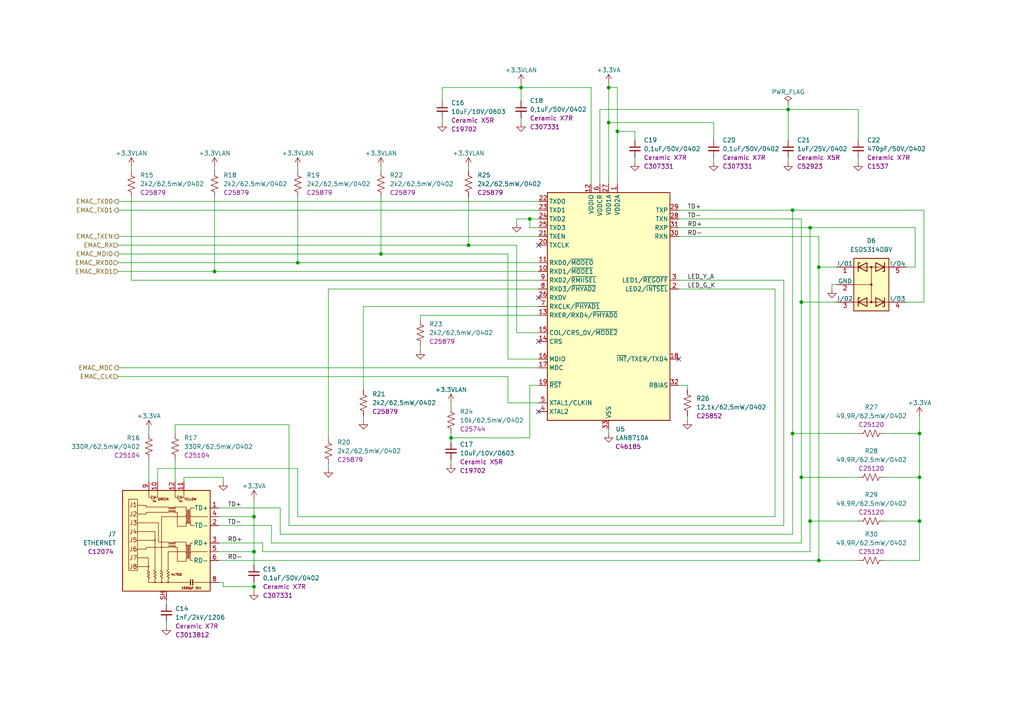
<source format=kicad_sch>
(kicad_sch (version 20230121) (generator eeschema)
  (paper "A4")
  (title_block (title "ESP 16x 24VDC Input 16x 24VDC Output Module") (date "2023-05-05") (rev "V2"))
  (lib_symbols
    (symbol "Device:C_Small" (pin_numbers hide) (pin_names (offset 0.254) hide)
      (property "Reference" "C" (at 0.254 1.778 0))
      (property "Value" "C_Small" (at 0.254 -2.032 0))
      (symbol "C_Small_0_1"
        (polyline (pts (xy -1.524 -0.508) (xy 1.524 -0.508)) (stroke (width 0.3302)))
        (polyline (pts (xy -1.524 0.508) (xy 1.524 0.508)) (stroke (width 0.3048)))
      )
      (symbol "C_Small_1_1"
        (pin passive line (at 0 2.54 270) (length 2.032) (name "~") (number "1"))
        (pin passive line (at 0 -2.54 90) (length 2.032) (name "~") (number "2"))
      )
    )
    (symbol "Device:R_US" (pin_numbers hide) (pin_names (offset 0))
      (property "Reference" "R" (at 2.54 0 90))
      (property "Value" "R_US" (at -2.54 0 90))
      (symbol "R_US_0_1"
        (polyline (pts (xy 0 -2.286) (xy 0 -2.54)))
        (polyline (pts (xy 0 2.286) (xy 0 2.54)))
        (polyline (pts (xy 0 -0.762) (xy 1.016 -1.143) (xy 0 -1.524) (xy -1.016 -1.905) (xy 0 -2.286)))
        (polyline (pts (xy 0 0.762) (xy 1.016 0.381) (xy 0 0) (xy -1.016 -0.381) (xy 0 -0.762)))
        (polyline (pts (xy 0 2.286) (xy 1.016 1.905) (xy 0 1.524) (xy -1.016 1.143) (xy 0 0.762)))
      )
      (symbol "R_US_1_1"
        (pin passive line (at 0 3.81 270) (length 1.27) (name "~") (number "1"))
        (pin passive line (at 0 -3.81 90) (length 1.27) (name "~") (number "2"))
      )
    )
    (symbol "Interface_Ethernet:LAN8710A"
      (property "Reference" "U" (at -13.97 34.29 0))
      (property "Value" "LAN8710A" (at 17.78 34.29 0))
      (symbol "LAN8710A_0_1"
        (rectangle (start -17.78 33.02) (end 17.78 -33.02) (stroke (width 0.254)) (fill (type background)))
      )
      (symbol "LAN8710A_1_1"
        (pin power_in line (at 2.54 35.56 270) (length 2.54) (name "VDD2A") (number "1"))
        (pin bidirectional line (at -20.32 10.16 0) (length 2.54) (name "RXD1/~{MODE1}") (number "10"))
        (pin bidirectional line (at -20.32 12.7 0) (length 2.54) (name "RXD0/~{MODE0}") (number "11"))
        (pin power_in line (at -5.08 35.56 270) (length 2.54) (name "VDDIO") (number "12"))
        (pin bidirectional line (at -20.32 -2.54 0) (length 2.54) (name "RXER/RXD4/~{PHYAD0}") (number "13"))
        (pin output line (at -20.32 -10.16 0) (length 2.54) (name "CRS") (number "14"))
        (pin bidirectional line (at -20.32 -7.62 0) (length 2.54) (name "COL/CRS_DV/~{MODE2}") (number "15"))
        (pin bidirectional line (at -20.32 -15.24 0) (length 2.54) (name "MDIO") (number "16"))
        (pin input line (at -20.32 -17.78 0) (length 2.54) (name "MDC") (number "17"))
        (pin bidirectional line (at 20.32 -15.24 180) (length 2.54) (name "~{INT}/TXER/TXD4") (number "18"))
        (pin input line (at -20.32 -22.86 0) (length 2.54) (name "~{RST}") (number "19"))
        (pin bidirectional line (at 20.32 5.08 180) (length 2.54) (name "LED2/~{INTSEL}") (number "2"))
        (pin output line (at -20.32 17.78 0) (length 2.54) (name "TXCLK") (number "20"))
        (pin input line (at -20.32 20.32 0) (length 2.54) (name "TXEN") (number "21"))
        (pin input line (at -20.32 30.48 0) (length 2.54) (name "TXD0") (number "22"))
        (pin input line (at -20.32 27.94 0) (length 2.54) (name "TXD1") (number "23"))
        (pin input line (at -20.32 25.4 0) (length 2.54) (name "TXD2") (number "24"))
        (pin input line (at -20.32 22.86 0) (length 2.54) (name "TXD3") (number "25"))
        (pin output line (at -20.32 2.54 0) (length 2.54) (name "RXDV") (number "26"))
        (pin power_in line (at 0 35.56 270) (length 2.54) (name "VDD1A") (number "27"))
        (pin bidirectional line (at 20.32 25.4 180) (length 2.54) (name "TXN") (number "28"))
        (pin bidirectional line (at 20.32 27.94 180) (length 2.54) (name "TXP") (number "29"))
        (pin bidirectional line (at 20.32 7.62 180) (length 2.54) (name "LED1/~{REGOFF}") (number "3"))
        (pin bidirectional line (at 20.32 20.32 180) (length 2.54) (name "RXN") (number "30"))
        (pin bidirectional line (at 20.32 22.86 180) (length 2.54) (name "RXP") (number "31"))
        (pin passive line (at 20.32 -22.86 180) (length 2.54) (name "RBIAS") (number "32"))
        (pin power_in line (at 0 -35.56 90) (length 2.54) (name "VSS") (number "33"))
        (pin output line (at -20.32 -30.48 0) (length 2.54) (name "XTAL2") (number "4"))
        (pin input line (at -20.32 -27.94 0) (length 2.54) (name "XTAL1/CLKIN") (number "5"))
        (pin power_in line (at -2.54 35.56 270) (length 2.54) (name "VDDCR") (number "6"))
        (pin bidirectional line (at -20.32 0 0) (length 2.54) (name "RXCLK/~{PHYAD1}") (number "7"))
        (pin bidirectional line (at -20.32 5.08 0) (length 2.54) (name "RXD3/~{PHYAD2}") (number "8"))
        (pin bidirectional line (at -20.32 7.62 0) (length 2.54) (name "RXD2/~{RMIISEL}") (number "9"))
      )
    )
    (symbol "Tales:+3.3VLAN" (power) (pin_names (offset 0))
      (property "Value" "+3.3VLAN" (at 0 3.556 0))
      (symbol "+3.3VLAN_0_1"
        (polyline (pts (xy -0.762 1.27) (xy 0 2.54)))
        (polyline (pts (xy 0 0) (xy 0 2.54)))
        (polyline (pts (xy 0 2.54) (xy 0.762 1.27)))
      )
      (symbol "+3.3VLAN_1_1"
        (pin power_in line (at 0 0 90) (length 0) hide (name "+3.3VLAN") (number "1"))
      )
    )
    (symbol "Tales:ESDS314DBV" (pin_names (offset 0))
      (property "Reference" "D" (at 0 12.7 0))
      (property "Value" "ESDS314DBV" (at 0 10.16 0))
      (symbol "ESDS314DBV_0_1"
        (rectangle (start -5.08 7.62) (end 5.08 -7.62) (stroke (width 0.254)) (fill (type background)))
        (circle (center 0 -5.08) (radius 0.254) (fill (type outline)))
        (polyline (pts (xy -5.08 -5.08) (xy 5.08 -5.08)))
        (polyline (pts (xy -5.08 0) (xy 0 0)))
        (polyline (pts (xy -5.08 5.08) (xy 5.08 5.08)))
        (polyline (pts (xy 0 -5.08) (xy 0 5.08)))
        (polyline (pts (xy -3.81 -6.35) (xy -3.81 -3.81) (xy -3.302 -3.81)) (stroke (width 0.254)))
        (polyline (pts (xy -3.81 3.81) (xy -3.81 6.35) (xy -3.302 6.35)) (stroke (width 0.254)))
        (polyline (pts (xy 3.81 -3.81) (xy 3.81 -6.35) (xy 3.302 -6.35)) (stroke (width 0.254)))
        (polyline (pts (xy 3.81 6.35) (xy 3.81 3.81) (xy 3.302 3.81)) (stroke (width 0.254)))
        (polyline (pts (xy -1.27 -6.35) (xy -3.81 -5.08) (xy -1.27 -3.81) (xy -1.27 -6.35) (xy -1.27 -6.35) (xy -1.27 -6.35)) (stroke (width 0.254)))
        (polyline (pts (xy -1.27 3.81) (xy -3.81 5.08) (xy -1.27 6.35) (xy -1.27 3.81) (xy -1.27 3.81) (xy -1.27 3.81)) (stroke (width 0.254)))
        (polyline (pts (xy 1.27 -3.81) (xy 3.81 -5.08) (xy 1.27 -6.35) (xy 1.27 -3.81) (xy 1.27 -3.81) (xy 1.27 -3.81)) (stroke (width 0.254)))
        (polyline (pts (xy 1.27 6.35) (xy 3.81 5.08) (xy 1.27 3.81) (xy 1.27 6.35) (xy 1.27 6.35) (xy 1.27 6.35)) (stroke (width 0.254)))
        (circle (center 0 0) (radius 0.254) (fill (type outline)))
        (circle (center 0 5.08) (radius 0.254) (fill (type outline)))
        (pin passive line (at -10.16 5.08 0) (length 5.08) (name "I/01") (number "1"))
        (pin passive line (at -10.16 0 0) (length 5.08) (name "GND") (number "2"))
        (pin passive line (at -10.16 -5.08 0) (length 5.08) (name "I/02") (number "3"))
        (pin passive line (at 10.16 -5.08 180) (length 5.08) (name "I/03") (number "4"))
        (pin passive line (at 10.16 5.08 180) (length 5.08) (name "I/04") (number "5"))
      )
    )
    (symbol "Tales:HanRun_HR911105A"
      (property "Reference" "J" (at 12.7 13.97 0))
      (property "Value" "HanRun_HR911105A" (at 0 -17.78 0))
      (symbol "HanRun_HR911105A_0_0"
        (rectangle (start -12.7 12.7) (end 12.7 -16.51) (stroke (width 0.254)) (fill (type background)))
        (polyline (pts (xy -5.207 -9.398) (xy -8.382 -9.398)))
        (polyline (pts (xy -3.302 -13.97) (xy -3.302 -12.827)))
        (polyline (pts (xy -3.302 -1.778) (xy -8.382 -1.778)))
        (polyline (pts (xy -1.397 -13.97) (xy -1.397 -12.827)))
        (polyline (pts (xy 0.508 -13.97) (xy 0.508 -12.827)))
        (polyline (pts (xy 7.62 -13.97) (xy 12.7 -13.97)))
        (polyline (pts (xy 11.938 -5.08) (xy 6.985 -5.08)))
        (polyline (pts (xy 11.938 5.08) (xy 6.985 5.08)))
        (polyline (pts (xy -1.397 -10.414) (xy -1.397 5.08) (xy 5.715 5.08)))
        (polyline (pts (xy 0.508 -10.414) (xy 0.508 -5.08) (xy 5.715 -5.08)))
        (polyline (pts (xy 6.985 -13.97) (xy -5.207 -13.97) (xy -5.207 -12.827)))
        (polyline (pts (xy 0.635 -2.286) (xy -2.286 -2.286) (xy -2.286 3.302) (xy -8.382 3.302)))
        (polyline (pts (xy 0.635 7.874) (xy -5.842 7.874) (xy -5.842 8.382) (xy -8.382 8.382)))
        (text "1000pF 2kV" (at 7.239 -15.621 0) (effects (font (size 0.635 0.635))))
        (text "4x75Ω" (at 2.921 -11.684 0) (effects (font (size 0.635 0.635))))
        (text "GREEN" (at -2.54 10.16 0) (effects (font (size 0.635 0.635)) (justify left)))
        (text "J1" (at -10.795 8.509 0) (effects (font (size 1.27 1.27)) (justify left)))
        (text "J2" (at -10.795 5.842 0) (effects (font (size 1.27 1.27)) (justify left)))
        (text "J3" (at -10.795 3.302 0) (effects (font (size 1.27 1.27)) (justify left)))
        (text "J4" (at -10.795 0.762 0) (effects (font (size 1.27 1.27)) (justify left)))
        (text "J5" (at -10.795 -1.651 0) (effects (font (size 1.27 1.27)) (justify left)))
        (text "J6" (at -10.795 -4.318 0) (effects (font (size 1.27 1.27)) (justify left)))
        (text "J7" (at -10.795 -6.858 0) (effects (font (size 1.27 1.27)) (justify left)))
        (text "J8" (at -10.795 -9.398 0) (effects (font (size 1.27 1.27)) (justify left)))
        (text "YELLOW" (at 5.08 10.16 0) (effects (font (size 0.635 0.635)) (justify left)))
      )
      (symbol "HanRun_HR911105A_0_1"
        (rectangle (start -8.382 -10.541) (end -10.922 10.16))
        (circle (center -5.207 -9.398) (radius 0.127) (fill (type outline)))
        (circle (center -3.302 -13.97) (radius 0.127) (fill (type outline)))
        (circle (center -3.302 -1.778) (radius 0.127) (fill (type outline)))
        (circle (center -1.397 -13.97) (radius 0.127) (fill (type outline)))
        (polyline (pts (xy -3.556 9.398) (xy -4.064 9.906)))
        (polyline (pts (xy -3.302 11.176) (xy -3.302 10.16)))
        (polyline (pts (xy -3.048 9.398) (xy -3.556 9.906)))
        (polyline (pts (xy 0.635 -3.302) (xy 2.667 -3.302)))
        (polyline (pts (xy 0.635 6.858) (xy 2.667 6.858)))
        (polyline (pts (xy 2.667 -2.794) (xy 0.635 -2.794)))
        (polyline (pts (xy 2.667 7.366) (xy 0.635 7.366)))
        (polyline (pts (xy 4.064 9.398) (xy 3.556 9.906)))
        (polyline (pts (xy 4.318 11.176) (xy 4.318 10.16)))
        (polyline (pts (xy 4.572 9.398) (xy 4.064 9.906)))
        (polyline (pts (xy 6.223 -3.048) (xy 6.223 -7.112)))
        (polyline (pts (xy 6.223 7.112) (xy 6.223 3.048)))
        (polyline (pts (xy 6.477 -7.112) (xy 6.477 -3.048)))
        (polyline (pts (xy 6.477 3.048) (xy 6.477 7.112)))
        (polyline (pts (xy 6.985 -14.732) (xy 6.985 -13.208)) (stroke (width 0.3048)))
        (polyline (pts (xy 7.62 -14.732) (xy 7.62 -13.208)) (stroke (width 0.3048)))
        (polyline (pts (xy -5.207 -10.414) (xy -5.207 -6.858) (xy -8.382 -6.858)))
        (polyline (pts (xy -5.08 12.7) (xy -5.08 10.668) (xy -4.318 10.668)))
        (polyline (pts (xy -3.556 9.652) (xy -3.556 9.398) (xy -3.81 9.398)))
        (polyline (pts (xy -3.302 -10.414) (xy -3.302 0.762) (xy -8.382 0.762)))
        (polyline (pts (xy -3.048 9.652) (xy -3.048 9.398) (xy -3.302 9.398)))
        (polyline (pts (xy -2.54 12.7) (xy -2.54 10.668) (xy -3.302 10.668)))
        (polyline (pts (xy 2.54 12.7) (xy 2.54 10.668) (xy 3.302 10.668)))
        (polyline (pts (xy 2.667 -2.286) (xy 5.715 -2.286) (xy 5.715 -3.048)))
        (polyline (pts (xy 2.667 7.874) (xy 5.715 7.874) (xy 5.715 7.112)))
        (polyline (pts (xy 4.064 9.652) (xy 4.064 9.398) (xy 3.81 9.398)))
        (polyline (pts (xy 4.572 9.652) (xy 4.572 9.398) (xy 4.318 9.398)))
        (polyline (pts (xy 5.08 12.7) (xy 5.08 10.668) (xy 4.318 10.668)))
        (polyline (pts (xy 6.985 -7.112) (xy 6.985 -7.62) (xy 7.62 -7.62)))
        (polyline (pts (xy 6.985 -3.048) (xy 6.985 -2.54) (xy 7.62 -2.54)))
        (polyline (pts (xy 6.985 3.048) (xy 6.985 2.54) (xy 8.255 2.54)))
        (polyline (pts (xy 6.985 7.112) (xy 6.985 7.62) (xy 8.255 7.62)))
        (polyline (pts (xy -3.302 10.668) (xy -4.318 11.176) (xy -4.318 10.16) (xy -3.302 10.668)))
        (polyline (pts (xy 0.635 -3.81) (xy -5.842 -3.81) (xy -5.842 -4.318) (xy -8.382 -4.318)))
        (polyline (pts (xy 0.635 6.35) (xy -5.842 6.35) (xy -5.842 5.842) (xy -8.382 5.842)))
        (polyline (pts (xy 4.318 10.668) (xy 3.302 11.176) (xy 3.302 10.16) (xy 4.318 10.668)))
        (polyline (pts (xy 5.715 -7.112) (xy 5.715 -7.874) (xy 3.175 -7.874) (xy 3.175 -3.81) (xy 2.667 -3.81)))
        (polyline (pts (xy 5.715 3.048) (xy 5.715 2.286) (xy 3.175 2.286) (xy 3.175 6.35) (xy 2.667 6.35)))
        (polyline (pts (xy -5.207 -12.827) (xy -4.826 -12.573) (xy -5.588 -12.192) (xy -4.826 -11.811) (xy -5.588 -11.43) (xy -4.826 -11.049) (xy -5.588 -10.668) (xy -5.207 -10.414)))
        (polyline (pts (xy -3.302 -12.827) (xy -2.921 -12.573) (xy -3.683 -12.192) (xy -2.921 -11.811) (xy -3.683 -11.43) (xy -2.921 -11.049) (xy -3.683 -10.668) (xy -3.302 -10.414)))
        (polyline (pts (xy -1.397 -12.827) (xy -1.016 -12.573) (xy -1.778 -12.192) (xy -1.016 -11.811) (xy -1.778 -11.43) (xy -1.016 -11.049) (xy -1.778 -10.668) (xy -1.397 -10.414)))
        (polyline (pts (xy 0.508 -12.827) (xy 0.889 -12.573) (xy 0.127 -12.192) (xy 0.889 -11.811) (xy 0.127 -11.43) (xy 0.889 -11.049) (xy 0.127 -10.668) (xy 0.508 -10.414)))
        (circle (center 0.508 -13.97) (radius 0.127) (fill (type outline)))
        (arc (start 0.635 -2.286) (mid 0.889 -2.5389) (end 1.143 -2.286))
        (arc (start 0.635 7.874) (mid 0.889 7.6211) (end 1.143 7.874))
        (arc (start 1.143 -3.81) (mid 0.889 -3.5571) (end 0.635 -3.81))
        (arc (start 1.143 -2.286) (mid 1.397 -2.5389) (end 1.651 -2.286))
        (arc (start 1.143 6.35) (mid 0.889 6.6029) (end 0.635 6.35))
        (arc (start 1.143 7.874) (mid 1.397 7.6211) (end 1.651 7.874))
        (arc (start 1.651 -3.81) (mid 1.397 -3.5571) (end 1.143 -3.81))
        (arc (start 1.651 -2.286) (mid 1.905 -2.5389) (end 2.159 -2.286))
        (arc (start 1.651 6.35) (mid 1.397 6.6029) (end 1.143 6.35))
        (arc (start 1.651 7.874) (mid 1.905 7.6211) (end 2.159 7.874))
        (arc (start 2.159 -3.81) (mid 1.905 -3.5571) (end 1.651 -3.81))
        (arc (start 2.159 -2.286) (mid 2.413 -2.5389) (end 2.667 -2.286))
        (arc (start 2.159 6.35) (mid 1.905 6.6029) (end 1.651 6.35))
        (arc (start 2.159 7.874) (mid 2.413 7.6211) (end 2.667 7.874))
        (circle (center 2.413 -3.8354) (radius 0.0762) (stroke (width 0.0254)) (fill (type outline)))
        (circle (center 2.413 -2.2606) (radius 0.0762) (stroke (width 0.0254)) (fill (type outline)))
        (circle (center 2.413 6.3246) (radius 0.0762) (stroke (width 0.0254)) (fill (type outline)))
        (circle (center 2.413 7.8994) (radius 0.0762) (stroke (width 0.0254)) (fill (type outline)))
        (arc (start 2.667 -3.81) (mid 2.413 -3.5571) (end 2.159 -3.81))
        (arc (start 2.667 6.35) (mid 2.413 6.6029) (end 2.159 6.35))
        (arc (start 5.715 -7.112) (mid 5.9679 -6.858) (end 5.715 -6.604))
        (arc (start 5.715 -6.604) (mid 5.9679 -6.35) (end 5.715 -6.096))
        (arc (start 5.715 -6.096) (mid 5.9679 -5.842) (end 5.715 -5.588))
        (arc (start 5.715 -5.588) (mid 5.9679 -5.334) (end 5.715 -5.08))
        (circle (center 5.715 -5.334) (radius 0.0762) (stroke (width 0.0254)) (fill (type outline)))
        (arc (start 5.715 -5.08) (mid 5.9679 -4.826) (end 5.715 -4.572))
        (arc (start 5.715 -4.572) (mid 5.9679 -4.318) (end 5.715 -4.064))
        (arc (start 5.715 -4.064) (mid 5.9679 -3.81) (end 5.715 -3.556))
        (arc (start 5.715 -3.556) (mid 5.9679 -3.302) (end 5.715 -3.048))
        (circle (center 5.715 -3.302) (radius 0.0762) (stroke (width 0.0254)) (fill (type outline)))
        (arc (start 5.715 3.048) (mid 5.9679 3.302) (end 5.715 3.556))
        (circle (center 5.715 3.302) (radius 0.0762) (stroke (width 0.0254)) (fill (type outline)))
        (arc (start 5.715 3.556) (mid 5.9679 3.81) (end 5.715 4.064))
        (arc (start 5.715 4.064) (mid 5.9679 4.318) (end 5.715 4.572))
        (arc (start 5.715 4.572) (mid 5.9679 4.826) (end 5.715 5.08))
        (arc (start 5.715 5.08) (mid 5.9679 5.334) (end 5.715 5.588))
        (circle (center 5.715 5.334) (radius 0.0762) (stroke (width 0.0254)) (fill (type outline)))
        (arc (start 5.715 5.588) (mid 5.9679 5.842) (end 5.715 6.096))
        (arc (start 5.715 6.096) (mid 5.9679 6.35) (end 5.715 6.604))
        (arc (start 5.715 6.604) (mid 5.9679 6.858) (end 5.715 7.112))
        (arc (start 6.985 -6.604) (mid 6.7321 -6.858) (end 6.985 -7.112))
        (arc (start 6.985 -6.096) (mid 6.7321 -6.35) (end 6.985 -6.604))
        (arc (start 6.985 -5.588) (mid 6.7321 -5.842) (end 6.985 -6.096))
        (circle (center 6.985 -5.334) (radius 0.0762) (stroke (width 0.0254)) (fill (type outline)))
        (arc (start 6.985 -5.08) (mid 6.7321 -5.334) (end 6.985 -5.588))
        (arc (start 6.985 -4.572) (mid 6.7321 -4.826) (end 6.985 -5.08))
        (arc (start 6.985 -4.064) (mid 6.7321 -4.318) (end 6.985 -4.572))
        (arc (start 6.985 -3.556) (mid 6.7321 -3.81) (end 6.985 -4.064))
        (circle (center 6.985 -3.302) (radius 0.0762) (stroke (width 0.0254)) (fill (type outline)))
        (arc (start 6.985 -3.048) (mid 6.7321 -3.302) (end 6.985 -3.556))
        (circle (center 6.985 3.302) (radius 0.0762) (stroke (width 0.0254)) (fill (type outline)))
        (arc (start 6.985 3.556) (mid 6.7321 3.302) (end 6.985 3.048))
        (arc (start 6.985 4.064) (mid 6.7321 3.81) (end 6.985 3.556))
        (arc (start 6.985 4.572) (mid 6.7321 4.318) (end 6.985 4.064))
        (arc (start 6.985 5.08) (mid 6.7321 4.826) (end 6.985 4.572))
        (circle (center 6.985 5.334) (radius 0.0762) (stroke (width 0.0254)) (fill (type outline)))
        (arc (start 6.985 5.588) (mid 6.7321 5.334) (end 6.985 5.08))
        (arc (start 6.985 6.096) (mid 6.7321 5.842) (end 6.985 5.588))
        (arc (start 6.985 6.604) (mid 6.7321 6.35) (end 6.985 6.096))
        (arc (start 6.985 7.112) (mid 6.7321 6.858) (end 6.985 6.604))
      )
      (symbol "HanRun_HR911105A_1_1"
        (pin passive line (at 15.24 7.62 180) (length 2.54) (name "TD+") (number "1"))
        (pin passive line (at -2.54 15.24 270) (length 2.54) (name "~") (number "10"))
        (pin passive line (at 5.08 15.24 270) (length 2.54) (name "~") (number "11"))
        (pin passive line (at 2.54 15.24 270) (length 2.54) (name "~") (number "12"))
        (pin passive line (at 15.24 2.54 180) (length 2.54) (name "TD-") (number "2"))
        (pin passive line (at 15.24 -2.54 180) (length 2.54) (name "RD+") (number "3"))
        (pin passive line (at 15.24 5.08 180) (length 2.54) (name "~") (number "4"))
        (pin passive line (at 15.24 -5.08 180) (length 2.54) (name "~") (number "5"))
        (pin passive line (at 15.24 -7.62 180) (length 2.54) (name "RD-") (number "6"))
        (pin no_connect line (at 12.7 -11.43 180) (length 2.54) hide (name "NC") (number "7"))
        (pin passive line (at 15.24 -13.97 180) (length 2.54) (name "~") (number "8"))
        (pin passive line (at -5.08 15.24 270) (length 2.54) (name "~") (number "9"))
        (pin passive line (at 0 -19.05 90) (length 2.54) (name "~") (number "SH"))
      )
    )
    (symbol "power:+3.3VA" (power) (pin_names (offset 0))
      (property "Value" "+3.3VA" (at 0 3.556 0))
      (symbol "+3.3VA_0_1"
        (polyline (pts (xy -0.762 1.27) (xy 0 2.54)))
        (polyline (pts (xy 0 0) (xy 0 2.54)))
        (polyline (pts (xy 0 2.54) (xy 0.762 1.27)))
      )
      (symbol "+3.3VA_1_1"
        (pin power_in line (at 0 0 90) (length 0) hide (name "+3.3VA") (number "1"))
      )
    )
    (symbol "power:GND" (power) (pin_names (offset 0))
      (property "Value" "GND" (at 0 -3.81 0))
      (symbol "GND_0_1"
        (polyline (pts (xy 0 0) (xy 0 -1.27) (xy 1.27 -1.27) (xy 0 -2.54) (xy -1.27 -1.27) (xy 0 -1.27)))
      )
      (symbol "GND_1_1"
        (pin power_in line (at 0 0 270) (length 0) hide (name "GND") (number "1"))
      )
    )
    (symbol "power:PWR_FLAG" (power) (pin_numbers hide) (pin_names (offset 0) hide)
      (property "Value" "PWR_FLAG" (at 0 3.81 0))
      (symbol "PWR_FLAG_0_0"
        (pin power_out line (at 0 0 90) (length 0) (name "pwr") (number "1"))
      )
      (symbol "PWR_FLAG_0_1"
        (polyline (pts (xy 0 0) (xy 0 1.27) (xy -1.016 1.905) (xy 0 2.54) (xy 1.016 1.905) (xy 0 1.27)))
      )
    )
  )
  (junction (at 266.7 125.73))
  (junction (at 232.41 138.43))
  (junction (at 229.87 60.96))
  (junction (at 73.66 160.02))
  (junction (at 266.7 138.43))
  (junction (at 110.49 73.66))
  (junction (at 179.07 38.1))
  (junction (at 151.13 25.4))
  (junction (at 176.53 35.56))
  (junction (at 234.95 151.13))
  (junction (at 73.66 149.86))
  (junction (at 86.36 76.2))
  (junction (at 266.7 151.13))
  (junction (at 229.87 125.73))
  (junction (at 153.67 63.5))
  (junction (at 176.53 25.4))
  (junction (at 135.89 71.12))
  (junction (at 237.49 162.56))
  (junction (at 232.41 87.63))
  (junction (at 130.81 127))
  (junction (at 62.23 78.74))
  (junction (at 237.49 77.47))
  (junction (at 228.6 31.75))
  (junction (at 234.95 66.04))
  (junction (at 73.66 170.18))
  (no_connect (at 156.21 99.06))
  (no_connect (at 156.21 86.36))
  (no_connect (at 196.85 104.14))
  (no_connect (at 156.21 71.12))
  (no_connect (at 156.21 119.38))
  (wire (pts (xy 176.53 35.56) (xy 176.53 53.34)))
  (wire (pts (xy 34.29 71.12) (xy 135.89 71.12)))
  (wire (pts (xy 128.27 25.4) (xy 151.13 25.4)))
  (wire (pts (xy 64.77 138.43) (xy 64.77 139.7)))
  (wire (pts (xy 34.29 78.74) (xy 62.23 78.74)))
  (wire (pts (xy 171.45 25.4) (xy 171.45 53.34)))
  (wire (pts (xy 64.77 170.18) (xy 64.77 168.91)))
  (wire (pts (xy 241.3 82.55) (xy 242.57 82.55)))
  (wire (pts (xy 256.54 125.73) (xy 266.7 125.73)))
  (wire (pts (xy 228.6 31.75) (xy 248.92 31.75)))
  (wire (pts (xy 34.29 106.68) (xy 156.21 106.68)))
  (wire (pts (xy 38.1 48.26) (xy 38.1 49.53)))
  (wire (pts (xy 234.95 151.13) (xy 234.95 160.02)))
  (wire (pts (xy 237.49 77.47) (xy 237.49 162.56)))
  (wire (pts (xy 173.99 53.34) (xy 173.99 31.75)))
  (wire (pts (xy 266.7 151.13) (xy 266.7 162.56)))
  (wire (pts (xy 86.36 76.2) (xy 156.21 76.2)))
  (wire (pts (xy 156.21 111.76) (xy 153.67 111.76)))
  (wire (pts (xy 156.21 96.52) (xy 149.86 96.52)))
  (wire (pts (xy 83.82 123.19) (xy 83.82 152.4)))
  (wire (pts (xy 81.28 154.94) (xy 229.87 154.94)))
  (wire (pts (xy 179.07 38.1) (xy 179.07 53.34)))
  (wire (pts (xy 153.67 63.5) (xy 149.86 63.5)))
  (wire (pts (xy 135.89 71.12) (xy 135.89 57.15)))
  (wire (pts (xy 34.29 68.58) (xy 156.21 68.58)))
  (wire (pts (xy 153.67 66.04) (xy 153.67 63.5)))
  (wire (pts (xy 62.23 48.26) (xy 62.23 49.53)))
  (wire (pts (xy 43.18 124.46) (xy 43.18 125.73)))
  (wire (pts (xy 95.25 134.62) (xy 95.25 135.89)))
  (wire (pts (xy 128.27 29.21) (xy 128.27 25.4)))
  (wire (pts (xy 105.41 120.65) (xy 105.41 121.92)))
  (wire (pts (xy 34.29 76.2) (xy 86.36 76.2)))
  (wire (pts (xy 130.81 133.35) (xy 130.81 134.62)))
  (wire (pts (xy 121.92 91.44) (xy 121.92 92.71)))
  (wire (pts (xy 262.89 77.47) (xy 265.43 77.47)))
  (wire (pts (xy 53.34 138.43) (xy 53.34 139.7)))
  (wire (pts (xy 267.97 87.63) (xy 267.97 60.96)))
  (wire (pts (xy 38.1 57.15) (xy 38.1 81.28)))
  (wire (pts (xy 266.7 125.73) (xy 266.7 138.43)))
  (wire (pts (xy 64.77 168.91) (xy 63.5 168.91)))
  (wire (pts (xy 147.32 104.14) (xy 156.21 104.14)))
  (wire (pts (xy 176.53 25.4) (xy 176.53 35.56)))
  (wire (pts (xy 199.39 111.76) (xy 196.85 111.76)))
  (wire (pts (xy 234.95 151.13) (xy 248.92 151.13)))
  (wire (pts (xy 62.23 78.74) (xy 156.21 78.74)))
  (wire (pts (xy 196.85 68.58) (xy 237.49 68.58)))
  (wire (pts (xy 229.87 125.73) (xy 229.87 154.94)))
  (wire (pts (xy 34.29 109.22) (xy 147.32 109.22)))
  (wire (pts (xy 43.18 133.35) (xy 43.18 139.7)))
  (wire (pts (xy 81.28 147.32) (xy 81.28 154.94)))
  (wire (pts (xy 266.7 162.56) (xy 256.54 162.56)))
  (wire (pts (xy 45.72 135.89) (xy 86.36 135.89)))
  (wire (pts (xy 151.13 34.29) (xy 151.13 35.56)))
  (wire (pts (xy 151.13 25.4) (xy 151.13 29.21)))
  (wire (pts (xy 130.81 116.84) (xy 130.81 118.11)))
  (wire (pts (xy 153.67 127) (xy 130.81 127)))
  (wire (pts (xy 83.82 152.4) (xy 227.33 152.4)))
  (wire (pts (xy 86.36 57.15) (xy 86.36 76.2)))
  (wire (pts (xy 207.01 45.72) (xy 207.01 46.99)))
  (wire (pts (xy 228.6 31.75) (xy 228.6 40.64)))
  (wire (pts (xy 176.53 124.46) (xy 176.53 125.73)))
  (wire (pts (xy 50.8 139.7) (xy 50.8 133.35)))
  (wire (pts (xy 128.27 34.29) (xy 128.27 35.56)))
  (wire (pts (xy 228.6 30.48) (xy 228.6 31.75)))
  (wire (pts (xy 45.72 139.7) (xy 45.72 135.89)))
  (wire (pts (xy 62.23 57.15) (xy 62.23 78.74)))
  (wire (pts (xy 176.53 24.13) (xy 176.53 25.4)))
  (wire (pts (xy 229.87 125.73) (xy 248.92 125.73)))
  (wire (pts (xy 237.49 68.58) (xy 237.49 77.47)))
  (wire (pts (xy 78.74 152.4) (xy 78.74 157.48)))
  (wire (pts (xy 63.5 147.32) (xy 81.28 147.32)))
  (wire (pts (xy 237.49 162.56) (xy 248.92 162.56)))
  (wire (pts (xy 149.86 71.12) (xy 135.89 71.12)))
  (wire (pts (xy 176.53 25.4) (xy 179.07 25.4)))
  (wire (pts (xy 151.13 25.4) (xy 171.45 25.4)))
  (wire (pts (xy 110.49 57.15) (xy 110.49 73.66)))
  (wire (pts (xy 228.6 45.72) (xy 228.6 46.99)))
  (wire (pts (xy 76.2 157.48) (xy 76.2 160.02)))
  (wire (pts (xy 48.26 180.34) (xy 48.26 181.61)))
  (wire (pts (xy 229.87 60.96) (xy 229.87 125.73)))
  (wire (pts (xy 265.43 77.47) (xy 265.43 66.04)))
  (wire (pts (xy 147.32 73.66) (xy 147.32 104.14)))
  (wire (pts (xy 64.77 138.43) (xy 53.34 138.43)))
  (wire (pts (xy 266.7 138.43) (xy 266.7 151.13)))
  (wire (pts (xy 256.54 151.13) (xy 266.7 151.13)))
  (wire (pts (xy 248.92 31.75) (xy 248.92 40.64)))
  (wire (pts (xy 130.81 125.73) (xy 130.81 127)))
  (wire (pts (xy 34.29 73.66) (xy 110.49 73.66)))
  (wire (pts (xy 86.36 48.26) (xy 86.36 49.53)))
  (wire (pts (xy 153.67 111.76) (xy 153.67 127)))
  (wire (pts (xy 63.5 152.4) (xy 78.74 152.4)))
  (wire (pts (xy 73.66 170.18) (xy 73.66 171.45)))
  (wire (pts (xy 130.81 127) (xy 130.81 128.27)))
  (wire (pts (xy 149.86 96.52) (xy 149.86 71.12)))
  (wire (pts (xy 229.87 60.96) (xy 196.85 60.96)))
  (wire (pts (xy 173.99 31.75) (xy 228.6 31.75)))
  (wire (pts (xy 110.49 73.66) (xy 147.32 73.66)))
  (wire (pts (xy 105.41 88.9) (xy 105.41 113.03)))
  (wire (pts (xy 86.36 135.89) (xy 86.36 149.86)))
  (wire (pts (xy 199.39 113.03) (xy 199.39 111.76)))
  (wire (pts (xy 241.3 83.82) (xy 241.3 82.55)))
  (wire (pts (xy 50.8 123.19) (xy 83.82 123.19)))
  (wire (pts (xy 63.5 162.56) (xy 237.49 162.56)))
  (wire (pts (xy 78.74 157.48) (xy 232.41 157.48)))
  (wire (pts (xy 224.79 149.86) (xy 224.79 83.82)))
  (wire (pts (xy 265.43 66.04) (xy 234.95 66.04)))
  (wire (pts (xy 95.25 83.82) (xy 95.25 127)))
  (wire (pts (xy 232.41 138.43) (xy 248.92 138.43)))
  (wire (pts (xy 34.29 60.96) (xy 156.21 60.96)))
  (wire (pts (xy 73.66 168.91) (xy 73.66 170.18)))
  (wire (pts (xy 156.21 63.5) (xy 153.67 63.5)))
  (wire (pts (xy 48.26 173.99) (xy 48.26 175.26)))
  (wire (pts (xy 232.41 63.5) (xy 196.85 63.5)))
  (wire (pts (xy 110.49 48.26) (xy 110.49 49.53)))
  (wire (pts (xy 121.92 100.33) (xy 121.92 101.6)))
  (wire (pts (xy 184.15 38.1) (xy 184.15 40.64)))
  (wire (pts (xy 156.21 116.84) (xy 147.32 116.84)))
  (wire (pts (xy 64.77 170.18) (xy 73.66 170.18)))
  (wire (pts (xy 149.86 63.5) (xy 149.86 64.77)))
  (wire (pts (xy 267.97 60.96) (xy 229.87 60.96)))
  (wire (pts (xy 248.92 45.72) (xy 248.92 46.99)))
  (wire (pts (xy 156.21 66.04) (xy 153.67 66.04)))
  (wire (pts (xy 196.85 81.28) (xy 227.33 81.28)))
  (wire (pts (xy 73.66 144.78) (xy 73.66 149.86)))
  (wire (pts (xy 76.2 160.02) (xy 234.95 160.02)))
  (wire (pts (xy 34.29 58.42) (xy 156.21 58.42)))
  (wire (pts (xy 179.07 25.4) (xy 179.07 38.1)))
  (wire (pts (xy 256.54 138.43) (xy 266.7 138.43)))
  (wire (pts (xy 151.13 24.13) (xy 151.13 25.4)))
  (wire (pts (xy 86.36 149.86) (xy 224.79 149.86)))
  (wire (pts (xy 156.21 91.44) (xy 121.92 91.44)))
  (wire (pts (xy 207.01 35.56) (xy 207.01 40.64)))
  (wire (pts (xy 176.53 35.56) (xy 207.01 35.56)))
  (wire (pts (xy 95.25 83.82) (xy 156.21 83.82)))
  (wire (pts (xy 227.33 152.4) (xy 227.33 81.28)))
  (wire (pts (xy 266.7 120.65) (xy 266.7 125.73)))
  (wire (pts (xy 105.41 88.9) (xy 156.21 88.9)))
  (wire (pts (xy 237.49 77.47) (xy 242.57 77.47)))
  (wire (pts (xy 184.15 45.72) (xy 184.15 46.99)))
  (wire (pts (xy 232.41 87.63) (xy 242.57 87.63)))
  (wire (pts (xy 179.07 38.1) (xy 184.15 38.1)))
  (wire (pts (xy 232.41 87.63) (xy 232.41 138.43)))
  (wire (pts (xy 232.41 63.5) (xy 232.41 87.63)))
  (wire (pts (xy 135.89 48.26) (xy 135.89 49.53)))
  (wire (pts (xy 73.66 160.02) (xy 73.66 149.86)))
  (wire (pts (xy 232.41 138.43) (xy 232.41 157.48)))
  (wire (pts (xy 63.5 160.02) (xy 73.66 160.02)))
  (wire (pts (xy 63.5 157.48) (xy 76.2 157.48)))
  (wire (pts (xy 38.1 81.28) (xy 156.21 81.28)))
  (wire (pts (xy 196.85 83.82) (xy 224.79 83.82)))
  (wire (pts (xy 147.32 116.84) (xy 147.32 109.22)))
  (wire (pts (xy 199.39 120.65) (xy 199.39 121.92)))
  (wire (pts (xy 196.85 66.04) (xy 234.95 66.04)))
  (wire (pts (xy 50.8 125.73) (xy 50.8 123.19)))
  (wire (pts (xy 234.95 66.04) (xy 234.95 151.13)))
  (wire (pts (xy 73.66 160.02) (xy 73.66 163.83)))
  (wire (pts (xy 262.89 87.63) (xy 267.97 87.63)))
  (wire (pts (xy 73.66 149.86) (xy 63.5 149.86)))
  (label "RD-" (at 66.04 162.56 0))
  (label "LED_Y_A" (at 199.39 81.28 0))
  (label "TD+" (at 66.04 147.32 0))
  (label "TD+" (at 199.39 60.96 0))
  (label "TD-" (at 66.04 152.4 0))
  (label "RD-" (at 199.39 68.58 0))
  (label "RD+" (at 66.04 157.48 0))
  (label "RD+" (at 199.39 66.04 0))
  (label "LED_G_K" (at 199.39 83.82 0))
  (label "TD-" (at 199.39 63.5 0))
  (hierarchical_label "EMAC_MDIO" (shape output) (at 34.29 73.66 180))
  (hierarchical_label "EMAC_TXEN" (shape output) (at 34.29 68.58 180))
  (hierarchical_label "EMAC_CLK" (shape input) (at 34.29 109.22 180))
  (hierarchical_label "EMAC_RXD1" (shape input) (at 34.29 78.74 180))
  (hierarchical_label "EMAC_MDC" (shape output) (at 34.29 106.68 180))
  (hierarchical_label "EMAC_RXD0" (shape input) (at 34.29 76.2 180))
  (hierarchical_label "EMAC_RX" (shape input) (at 34.29 71.12 180))
  (hierarchical_label "EMAC_TXD0" (shape output) (at 34.29 58.42 180))
  (hierarchical_label "EMAC_TXD1" (shape output) (at 34.29 60.96 180))
  (symbol (lib_id "Device:C_Small") (at 207.01 43.18 0) (unit 1)
    (property "Reference" "C20" (at 209.55 40.64 0) (effects (justify left)))
    (property "Value" "0,1uF/50V/0402" (at 209.55 43.18 0) (effects (justify left)))
    (property "Footprint" "Tales:C_0402_1005Metric" (effects hide))
    (property "Case" "0402/1005" (effects hide))
    (property "JLCPCB BOM" "1" (effects hide))
    (property "LCSC Part #" "C307331" (at 209.55 48.2538 0) (effects (justify left)))
    (property "Mfr" "Samsung" (effects hide))
    (property "Mfr PN" "CL05B104KB54PNC" (effects hide))
    (property "Technology" "Ceramic X7R" (at 209.55 45.7138 0) (effects (justify left)))
    (property "Vendor" "JLCPCB" (effects hide))
    (property "Vendor PN" "C307331" (effects hide))
  )
  (symbol (lib_id "power:GND") (at 184.15 46.99 0) (unit 1)
    (property "Reference" "#PWR057" (effects hide))
    (property "Value" "GNDREF" (effects hide))
  )
  (symbol (lib_id "Device:R_US") (at 130.81 121.92 0) (unit 1)
    (property "Reference" "R24" (at 133.35 119.38 0) (effects (justify left)))
    (property "Value" "10k/62,5mW/0402" (at 133.35 121.92 0) (effects (justify left)))
    (property "Footprint" "Tales:R_0402_1005Metric" (effects hide))
    (property "Case" "0402/1005" (effects hide))
    (property "Mfr" "Uniroyal" (effects hide))
    (property "Vendor" "JLCPCB" (effects hide))
    (property "Mfr PN" "0402WGF1002TCE" (effects hide))
    (property "Vendor PN" "C25744" (effects hide))
    (property "LCSC Part #" "C25744" (at 133.35 124.46 0) (effects (justify left)))
    (property "JLCPCB BOM" "1" (effects hide))
  )
  (symbol (lib_id "power:GND") (at 228.6 46.99 0) (unit 1)
    (property "Reference" "#PWR060" (effects hide))
    (property "Value" "GNDREF" (effects hide))
  )
  (symbol (lib_id "Device:R_US") (at 50.8 129.54 0) (unit 1)
    (property "Reference" "R17" (at 53.34 127 0) (effects (justify left)))
    (property "Value" "330R/62,5mW/0402" (at 53.34 129.54 0) (effects (justify left)))
    (property "Footprint" "Tales:R_0402_1005Metric" (effects hide))
    (property "Case" "0402/1005" (effects hide))
    (property "Mfr" "Uniroyal" (effects hide))
    (property "Vendor" "JLCPCB" (effects hide))
    (property "Mfr PN" "0402WGF3300TCE" (effects hide))
    (property "Vendor PN" "C25104" (effects hide))
    (property "LCSC Part #" "C25104" (at 53.34 132.08 0) (effects (justify left)))
    (property "JLCPCB BOM" "1" (effects hide))
  )
  (symbol (lib_id "Device:C_Small") (at 128.27 31.75 0) (unit 1)
    (property "Reference" "C16" (at 130.81 29.845 0) (effects (justify left)))
    (property "Value" "10uF/10V/0603" (at 130.81 32.385 0) (effects (justify left)))
    (property "Footprint" "Tales:C_0603_1608Metric" (effects hide))
    (property "Mfr" "Samsung" (effects hide))
    (property "Mfr PN" "CL10A106KP8NNNC" (effects hide))
    (property "JLCPCB BOM" "1" (effects hide))
    (property "LCSC Part #" "C19702" (at 130.81 37.465 0) (effects (justify left)))
    (property "Technology" "Ceramic X5R" (at 130.81 34.925 0) (effects (justify left)))
    (property "Vendor" "JLCPCB" (effects hide))
    (property "Vendor PN" "C19702" (effects hide))
    (property "Case" "0603/1608" (effects hide))
  )
  (symbol (lib_id "Tales:+3.3VLAN") (at 135.89 48.26 0) (unit 1)
    (property "Reference" "#PWR051" (effects hide))
    (property "Value" "+3.3VLAN" (at 135.89 44.45 0))
  )
  (symbol (lib_id "Device:C_Small") (at 73.66 166.37 0) (unit 1)
    (property "Reference" "C15" (at 76.2 165.1062 0) (effects (justify left)))
    (property "Value" "0,1uF/50V/0402" (at 76.2 167.6462 0) (effects (justify left)))
    (property "Footprint" "Tales:C_0402_1005Metric" (effects hide))
    (property "Case" "0402/1005" (effects hide))
    (property "JLCPCB BOM" "1" (effects hide))
    (property "LCSC Part #" "C307331" (at 76.2 172.72 0) (effects (justify left)))
    (property "Mfr" "Samsung" (effects hide))
    (property "Mfr PN" "CL05B104KB54PNC" (effects hide))
    (property "Technology" "Ceramic X7R" (at 76.2 170.18 0) (effects (justify left)))
    (property "Vendor" "JLCPCB" (effects hide))
    (property "Vendor PN" "C307331" (effects hide))
  )
  (symbol (lib_id "Device:R_US") (at 62.23 53.34 0) (unit 1)
    (property "Reference" "R18" (at 64.77 50.8 0) (effects (justify left)))
    (property "Value" "2k2/62,5mW/0402" (at 64.77 53.34 0) (effects (justify left)))
    (property "Footprint" "Tales:R_0402_1005Metric" (effects hide))
    (property "Case" "0402/1005" (effects hide))
    (property "Mfr" "Uniroyal" (effects hide))
    (property "Vendor" "JLCPCB" (effects hide))
    (property "Mfr PN" "0402WGF2201TCE" (effects hide))
    (property "Vendor PN" "C25879" (effects hide))
    (property "LCSC Part #" "C25879" (at 64.77 55.88 0) (effects (justify left)))
    (property "JLCPCB BOM" "1" (effects hide))
  )
  (symbol (lib_id "Device:R_US") (at 135.89 53.34 0) (unit 1)
    (property "Reference" "R25" (at 138.43 50.8 0) (effects (justify left)))
    (property "Value" "2k2/62,5mW/0402" (at 138.43 53.34 0) (effects (justify left)))
    (property "Footprint" "Tales:R_0402_1005Metric" (effects hide))
    (property "Case" "0402/1005" (effects hide))
    (property "Mfr" "Uniroyal" (effects hide))
    (property "Vendor" "JLCPCB" (effects hide))
    (property "Mfr PN" "0402WGF2201TCE" (effects hide))
    (property "Vendor PN" "C25879" (effects hide))
    (property "LCSC Part #" "C25879" (at 138.43 55.88 0) (effects (justify left)))
    (property "JLCPCB BOM" "1" (effects hide))
  )
  (symbol (lib_id "power:GND") (at 130.81 134.62 0) (unit 1)
    (property "Reference" "#PWR050" (effects hide))
    (property "Value" "GNDREF" (effects hide))
  )
  (symbol (lib_id "Device:R_US") (at 86.36 53.34 0) (unit 1)
    (property "Reference" "R19" (at 88.9 50.8 0) (effects (justify left)))
    (property "Value" "2k2/62,5mW/0402" (at 88.9 53.34 0) (effects (justify left)))
    (property "Footprint" "Tales:R_0402_1005Metric" (effects hide))
    (property "Case" "0402/1005" (effects hide))
    (property "Mfr" "Uniroyal" (effects hide))
    (property "Vendor" "JLCPCB" (effects hide))
    (property "Mfr PN" "0402WGF2201TCE" (effects hide))
    (property "Vendor PN" "C25879" (effects hide))
    (property "LCSC Part #" "C25879" (at 88.9 55.88 0) (effects (justify left)))
    (property "JLCPCB BOM" "1" (effects hide))
  )
  (symbol (lib_id "Tales:HanRun_HR911105A") (at 48.26 154.94 0) (unit 1)
    (property "Reference" "J7" (at 33.655 154.9399 0) (effects (justify right)))
    (property "Value" "ETHERNET" (at 33.655 157.4799 0) (effects (justify right)))
    (property "Footprint" "Tales:RJ45_HanRun_HR911105A" (effects hide))
    (property "JLCPCB BOM" "1" (effects hide))
    (property "LCSC Part #" "C12074" (at 29.21 160.02 0))
    (property "Mfr" "HanRun" (effects hide))
    (property "Mfr PN" "HR911105A" (effects hide))
    (property "Vendor" "JLCPCB" (effects hide))
    (property "Vendor PN" "C12074" (effects hide))
  )
  (symbol (lib_id "power:GND") (at 105.41 121.92 0) (unit 1)
    (property "Reference" "#PWR045" (effects hide))
    (property "Value" "GNDREF" (effects hide))
  )
  (symbol (lib_id "Device:C_Small") (at 48.26 177.8 0) (unit 1)
    (property "Reference" "C14" (at 50.8 176.5362 0) (effects (justify left)))
    (property "Value" "1nF/2kV/1206" (at 50.8 179.0762 0) (effects (justify left)))
    (property "Footprint" "Tales:C_1206_3216Metric" (effects hide))
    (property "Case" "1206/3216" (effects hide))
    (property "JLCPCB BOM" "1" (effects hide))
    (property "LCSC Part #" "C3013812" (at 50.8 184.15 0) (effects (justify left)))
    (property "Mfr" "Vishay" (effects hide))
    (property "Mfr PN" "VJ1206Y102MXFAT4X" (effects hide))
    (property "Technology" "Ceramic X7R" (at 50.8 181.61 0) (effects (justify left)))
    (property "Vendor" "JLCPCB" (effects hide))
    (property "Vendor PN" "C3013812" (effects hide))
  )
  (symbol (lib_id "Device:R_US") (at 43.18 129.54 0) (unit 1)
    (property "Reference" "R16" (at 40.64 127 0) (effects (justify right)))
    (property "Value" "330R/62,5mW/0402" (at 40.64 129.54 0) (effects (justify right)))
    (property "Footprint" "Tales:R_0402_1005Metric" (effects hide))
    (property "Case" "0402/1005" (effects hide))
    (property "Mfr" "Uniroyal" (effects hide))
    (property "Vendor" "JLCPCB" (effects hide))
    (property "Mfr PN" "0402WGF3300TCE" (effects hide))
    (property "Vendor PN" "C25104" (effects hide))
    (property "LCSC Part #" "C25104" (at 40.64 132.08 0) (effects (justify right)))
    (property "JLCPCB BOM" "1" (effects hide))
  )
  (symbol (lib_id "power:GND") (at 121.92 101.6 0) (unit 1)
    (property "Reference" "#PWR047" (effects hide))
    (property "Value" "GNDREF" (effects hide))
  )
  (symbol (lib_id "power:GND") (at 207.01 46.99 0) (unit 1)
    (property "Reference" "#PWR059" (effects hide))
    (property "Value" "GNDREF" (effects hide))
  )
  (symbol (lib_id "power:GND") (at 95.25 135.89 0) (unit 1)
    (property "Reference" "#PWR044" (effects hide))
    (property "Value" "GNDREF" (effects hide))
  )
  (symbol (lib_id "power:+3.3VA") (at 73.66 144.78 0) (unit 1)
    (property "Reference" "#PWR041" (effects hide))
    (property "Value" "+3.3VA" (at 73.66 140.97 0))
  )
  (symbol (lib_id "power:GND") (at 151.13 35.56 0) (unit 1)
    (property "Reference" "#PWR054" (effects hide))
    (property "Value" "GNDREF" (effects hide))
  )
  (symbol (lib_id "power:GND") (at 241.3 83.82 0) (unit 1)
    (property "Reference" "#PWR061" (effects hide))
    (property "Value" "GNDREF" (effects hide))
  )
  (symbol (lib_id "power:GND") (at 73.66 171.45 0) (unit 1)
    (property "Reference" "#PWR042" (effects hide))
    (property "Value" "GNDREF" (effects hide))
  )
  (symbol (lib_id "power:PWR_FLAG") (at 228.6 30.48 0) (unit 1)
    (property "Reference" "#FLG06" (effects hide))
    (property "Value" "PWR_FLAG" (at 228.6 26.67 0))
  )
  (symbol (lib_id "Tales:+3.3VLAN") (at 62.23 48.26 0) (unit 1)
    (property "Reference" "#PWR039" (effects hide))
    (property "Value" "+3.3VLAN" (at 62.23 44.45 0))
  )
  (symbol (lib_id "power:GND") (at 248.92 46.99 0) (unit 1)
    (property "Reference" "#PWR062" (effects hide))
    (property "Value" "GNDREF" (effects hide))
  )
  (symbol (lib_id "Device:R_US") (at 252.73 138.43 90) (unit 1)
    (property "Reference" "R28" (at 252.73 130.81 90))
    (property "Value" "49,9R/62,5mW/0402" (at 252.73 133.35 90))
    (property "Footprint" "Tales:R_0402_1005Metric" (effects hide))
    (property "Case" "0402/1005" (effects hide))
    (property "Mfr" "Uniroyal" (effects hide))
    (property "Vendor" "JLCPCB" (effects hide))
    (property "Mfr PN" "0402WGF499JTCE" (effects hide))
    (property "Vendor PN" "C25120" (effects hide))
    (property "LCSC Part #" "C25120" (at 252.73 135.89 90))
    (property "JLCPCB BOM" "1" (effects hide))
  )
  (symbol (lib_id "Device:C_Small") (at 228.6 43.18 0) (unit 1)
    (property "Reference" "C21" (at 231.14 40.6462 0) (effects (justify left)))
    (property "Value" "1uF/25V/0402" (at 231.14 43.1862 0) (effects (justify left)))
    (property "Footprint" "Tales:C_0402_1005Metric" (effects hide))
    (property "Case" "0402/1005" (effects hide))
    (property "JLCPCB BOM" "1" (effects hide))
    (property "LCSC Part #" "C52923" (at 231.14 48.26 0) (effects (justify left)))
    (property "Mfr" "Samsung" (effects hide))
    (property "Mfr PN" "CL05A105KA5NQNC" (effects hide))
    (property "Technology" "Ceramic X5R" (at 231.14 45.72 0) (effects (justify left)))
    (property "Vendor" "JLCPCB" (effects hide))
    (property "Vendor PN" "C52923" (effects hide))
  )
  (symbol (lib_id "Device:R_US") (at 121.92 96.52 0) (unit 1)
    (property "Reference" "R23" (at 124.46 93.98 0) (effects (justify left)))
    (property "Value" "2k2/62,5mW/0402" (at 124.46 96.52 0) (effects (justify left)))
    (property "Footprint" "Tales:R_0402_1005Metric" (effects hide))
    (property "Case" "0402/1005" (effects hide))
    (property "Mfr" "Uniroyal" (effects hide))
    (property "Vendor" "JLCPCB" (effects hide))
    (property "Mfr PN" "0402WGF2201TCE" (effects hide))
    (property "Vendor PN" "C25879" (effects hide))
    (property "LCSC Part #" "C25879" (at 124.46 99.06 0) (effects (justify left)))
    (property "JLCPCB BOM" "1" (effects hide))
  )
  (symbol (lib_id "Tales:+3.3VLAN") (at 130.81 116.84 0) (unit 1)
    (property "Reference" "#PWR049" (effects hide))
    (property "Value" "+3.3VLAN" (at 130.81 113.03 0))
  )
  (symbol (lib_id "Device:C_Small") (at 151.13 31.75 0) (unit 1)
    (property "Reference" "C18" (at 153.67 29.21 0) (effects (justify left)))
    (property "Value" "0,1uF/50V/0402" (at 153.67 31.75 0) (effects (justify left)))
    (property "Footprint" "Tales:C_0402_1005Metric" (effects hide))
    (property "Case" "0402/1005" (effects hide))
    (property "JLCPCB BOM" "1" (effects hide))
    (property "LCSC Part #" "C307331" (at 153.67 36.8238 0) (effects (justify left)))
    (property "Mfr" "Samsung" (effects hide))
    (property "Mfr PN" "CL05B104KB54PNC" (effects hide))
    (property "Technology" "Ceramic X7R" (at 153.67 34.2838 0) (effects (justify left)))
    (property "Vendor" "JLCPCB" (effects hide))
    (property "Vendor PN" "C307331" (effects hide))
  )
  (symbol (lib_id "Device:R_US") (at 252.73 125.73 90) (unit 1)
    (property "Reference" "R27" (at 252.73 118.11 90))
    (property "Value" "49,9R/62,5mW/0402" (at 252.73 120.65 90))
    (property "Footprint" "Tales:R_0402_1005Metric" (effects hide))
    (property "Case" "0402/1005" (effects hide))
    (property "Mfr" "Uniroyal" (effects hide))
    (property "Vendor" "JLCPCB" (effects hide))
    (property "Mfr PN" "0402WGF499JTCE" (effects hide))
    (property "Vendor PN" "C25120" (effects hide))
    (property "LCSC Part #" "C25120" (at 252.73 123.19 90))
    (property "JLCPCB BOM" "1" (effects hide))
  )
  (symbol (lib_id "power:GND") (at 64.77 139.7 0) (unit 1)
    (property "Reference" "#PWR040" (effects hide))
    (property "Value" "GNDREF" (effects hide))
  )
  (symbol (lib_id "Tales:+3.3VLAN") (at 86.36 48.26 0) (unit 1)
    (property "Reference" "#PWR043" (effects hide))
    (property "Value" "+3.3VLAN" (at 86.36 44.45 0))
  )
  (symbol (lib_id "power:GND") (at 149.86 64.77 0) (unit 1)
    (property "Reference" "#PWR052" (effects hide))
    (property "Value" "GNDREF" (effects hide))
  )
  (symbol (lib_id "Device:C_Small") (at 130.81 130.81 0) (unit 1)
    (property "Reference" "C17" (at 133.35 128.905 0) (effects (justify left)))
    (property "Value" "10uF/10V/0603" (at 133.35 131.445 0) (effects (justify left)))
    (property "Footprint" "Tales:C_0603_1608Metric" (effects hide))
    (property "Mfr" "Samsung" (effects hide))
    (property "Mfr PN" "CL10A106KP8NNNC" (effects hide))
    (property "JLCPCB BOM" "1" (effects hide))
    (property "LCSC Part #" "C19702" (at 133.35 136.525 0) (effects (justify left)))
    (property "Technology" "Ceramic X5R" (at 133.35 133.985 0) (effects (justify left)))
    (property "Vendor" "JLCPCB" (effects hide))
    (property "Vendor PN" "C19702" (effects hide))
    (property "Case" "0603/1608" (effects hide))
  )
  (symbol (lib_id "Device:R_US") (at 105.41 116.84 0) (unit 1)
    (property "Reference" "R21" (at 107.95 114.3 0) (effects (justify left)))
    (property "Value" "2k2/62,5mW/0402" (at 107.95 116.84 0) (effects (justify left)))
    (property "Footprint" "Tales:R_0402_1005Metric" (effects hide))
    (property "Case" "0402/1005" (effects hide))
    (property "Mfr" "Uniroyal" (effects hide))
    (property "Vendor" "JLCPCB" (effects hide))
    (property "Mfr PN" "0402WGF2201TCE" (effects hide))
    (property "Vendor PN" "C25879" (effects hide))
    (property "LCSC Part #" "C25879" (at 107.95 119.38 0) (effects (justify left)))
    (property "JLCPCB BOM" "1" (effects hide))
  )
  (symbol (lib_id "power:+3.3VA") (at 176.53 24.13 0) (unit 1)
    (property "Reference" "#PWR055" (effects hide))
    (property "Value" "+3.3VA" (at 176.53 20.32 0))
  )
  (symbol (lib_id "Device:C_Small") (at 248.92 43.18 0) (unit 1)
    (property "Reference" "C22" (at 251.46 40.64 0) (effects (justify left)))
    (property "Value" "470pF/50V/0402" (at 251.46 43.18 0) (effects (justify left)))
    (property "Footprint" "Tales:C_0402_1005Metric" (effects hide))
    (property "Case" "0402/1005" (effects hide))
    (property "JLCPCB BOM" "1" (effects hide))
    (property "LCSC Part #" "C1537" (at 251.46 48.26 0) (effects (justify left)))
    (property "Mfr" "FH" (effects hide))
    (property "Mfr PN" "0402B471K500NT" (effects hide))
    (property "Technology" "Ceramic X7R" (at 251.46 45.72 0) (effects (justify left)))
    (property "Vendor" "JLCPCB" (effects hide))
    (property "Vendor PN" "C1537" (effects hide))
  )
  (symbol (lib_id "power:GND") (at 199.39 121.92 0) (unit 1)
    (property "Reference" "#PWR058" (effects hide))
    (property "Value" "GNDREF" (effects hide))
  )
  (symbol (lib_id "Tales:ESDS314DBV") (at 252.73 82.55 0) (unit 1)
    (property "Reference" "D6" (at 252.73 69.85 0))
    (property "Value" "ESDS314DBV" (at 252.73 72.39 0))
    (property "Footprint" "Package_TO_SOT_SMD:SOT-23-5" (effects hide))
    (property "Vendor" "JLCPCB" (effects hide))
    (property "Case" "SOT-23-5" (effects hide))
    (property "JLCPCB BOM" "1" (effects hide))
    (property "LCSC Part #" "C1847859" (effects hide))
    (property "Mfr" "Texas Instruments" (effects hide))
    (property "Mfr PN" "ESDS314DBVR" (effects hide))
    (property "Vendor PN" "C1847859" (effects hide))
  )
  (symbol (lib_id "Device:R_US") (at 95.25 130.81 0) (unit 1)
    (property "Reference" "R20" (at 97.79 128.27 0) (effects (justify left)))
    (property "Value" "2k2/62,5mW/0402" (at 97.79 130.81 0) (effects (justify left)))
    (property "Footprint" "Tales:R_0402_1005Metric" (effects hide))
    (property "Case" "0402/1005" (effects hide))
    (property "Mfr" "Uniroyal" (effects hide))
    (property "Vendor" "JLCPCB" (effects hide))
    (property "Mfr PN" "0402WGF2201TCE" (effects hide))
    (property "Vendor PN" "C25879" (effects hide))
    (property "LCSC Part #" "C25879" (at 97.79 133.35 0) (effects (justify left)))
    (property "JLCPCB BOM" "1" (effects hide))
  )
  (symbol (lib_id "power:+3.3VA") (at 43.18 124.46 0) (unit 1)
    (property "Reference" "#PWR037" (effects hide))
    (property "Value" "+3.3VA" (at 43.18 120.65 0))
  )
  (symbol (lib_id "power:+3.3VA") (at 266.7 120.65 0) (unit 1)
    (property "Reference" "#PWR063" (effects hide))
    (property "Value" "+3.3VA" (at 266.7 116.84 0))
  )
  (symbol (lib_id "power:GND") (at 48.26 181.61 0) (unit 1)
    (property "Reference" "#PWR038" (effects hide))
    (property "Value" "GNDREF" (effects hide))
  )
  (symbol (lib_id "Device:R_US") (at 252.73 162.56 90) (unit 1)
    (property "Reference" "R30" (at 252.73 154.94 90))
    (property "Value" "49,9R/62,5mW/0402" (at 252.73 157.48 90))
    (property "Footprint" "Tales:R_0402_1005Metric" (effects hide))
    (property "Case" "0402/1005" (effects hide))
    (property "Mfr" "Uniroyal" (effects hide))
    (property "Vendor" "JLCPCB" (effects hide))
    (property "Mfr PN" "0402WGF499JTCE" (effects hide))
    (property "Vendor PN" "C25120" (effects hide))
    (property "LCSC Part #" "C25120" (at 252.73 160.02 90))
    (property "JLCPCB BOM" "1" (effects hide))
  )
  (symbol (lib_id "Interface_Ethernet:LAN8710A") (at 176.53 88.9 0) (unit 1)
    (property "Reference" "U5" (at 178.5494 124.46 0) (effects (justify left)))
    (property "Value" "LAN8710A" (at 178.5494 127 0) (effects (justify left)))
    (property "Footprint" "Tales:QFN-32-1EP_5x5mm_P0.5mm_EP3.3x3.3mm_ThermalVias" (effects hide))
    (property "Case" "QFN-32" (effects hide))
    (property "JLCPCB BOM" "1" (effects hide))
    (property "LCSC Part #" "C46185" (at 178.435 129.54 0) (effects (justify left)))
    (property "Mfr" "Microchip" (effects hide))
    (property "Mfr PN" "LAN8710A-EZC-TR" (effects hide))
    (property "Vendor" "JLCPCB" (effects hide))
    (property "Vendor PN" "C46185" (effects hide))
  )
  (symbol (lib_id "power:GND") (at 128.27 35.56 0) (unit 1)
    (property "Reference" "#PWR048" (effects hide))
    (property "Value" "GNDREF" (effects hide))
  )
  (symbol (lib_id "Device:R_US") (at 252.73 151.13 90) (unit 1)
    (property "Reference" "R29" (at 252.73 143.51 90))
    (property "Value" "49,9R/62,5mW/0402" (at 252.73 146.05 90))
    (property "Footprint" "Tales:R_0402_1005Metric" (effects hide))
    (property "Case" "0402/1005" (effects hide))
    (property "Mfr" "Uniroyal" (effects hide))
    (property "Vendor" "JLCPCB" (effects hide))
    (property "Mfr PN" "0402WGF499JTCE" (effects hide))
    (property "Vendor PN" "C25120" (effects hide))
    (property "LCSC Part #" "C25120" (at 252.73 148.59 90))
    (property "JLCPCB BOM" "1" (effects hide))
  )
  (symbol (lib_id "Tales:+3.3VLAN") (at 151.13 24.13 0) (unit 1)
    (property "Reference" "#PWR053" (effects hide))
    (property "Value" "+3.3VLAN" (at 151.13 20.32 0))
  )
  (symbol (lib_id "Device:C_Small") (at 184.15 43.18 0) (unit 1)
    (property "Reference" "C19" (at 186.69 40.64 0) (effects (justify left)))
    (property "Value" "0,1uF/50V/0402" (at 186.69 43.18 0) (effects (justify left)))
    (property "Footprint" "Tales:C_0402_1005Metric" (effects hide))
    (property "Case" "0402/1005" (effects hide))
    (property "JLCPCB BOM" "1" (effects hide))
    (property "LCSC Part #" "C307331" (at 186.69 48.2538 0) (effects (justify left)))
    (property "Mfr" "Samsung" (effects hide))
    (property "Mfr PN" "CL05B104KB54PNC" (effects hide))
    (property "Technology" "Ceramic X7R" (at 186.69 45.7138 0) (effects (justify left)))
    (property "Vendor" "JLCPCB" (effects hide))
    (property "Vendor PN" "C307331" (effects hide))
  )
  (symbol (lib_id "power:GND") (at 176.53 125.73 0) (unit 1)
    (property "Reference" "#PWR056" (effects hide))
    (property "Value" "GNDREF" (effects hide))
  )
  (symbol (lib_id "Device:R_US") (at 199.39 116.84 0) (unit 1)
    (property "Reference" "R26" (at 201.93 115.5699 0) (effects (justify left)))
    (property "Value" "12,1k/62,5mW/0402" (at 201.93 118.1099 0) (effects (justify left)))
    (property "Footprint" "Tales:R_0402_1005Metric" (effects hide))
    (property "Case" "0402/1005" (effects hide))
    (property "JLCPCB BOM" "1" (effects hide))
    (property "LCSC Part #" "C25852" (at 201.93 120.65 0) (effects (justify left)))
    (property "Mfr" "Uniroyal" (effects hide))
    (property "Mfr PN" "0402WGF1212TCE" (effects hide))
    (property "Vendor" "JLCPCB" (effects hide))
    (property "Vendor PN" "C25852" (effects hide))
  )
  (symbol (lib_id "Tales:+3.3VLAN") (at 110.49 48.26 0) (unit 1)
    (property "Reference" "#PWR046" (effects hide))
    (property "Value" "+3.3VLAN" (at 110.49 44.45 0))
  )
  (symbol (lib_id "Tales:+3.3VLAN") (at 38.1 48.26 0) (unit 1)
    (property "Reference" "#PWR036" (effects hide))
    (property "Value" "+3.3VLAN" (at 38.1 44.45 0))
  )
  (symbol (lib_id "Device:R_US") (at 110.49 53.34 0) (unit 1)
    (property "Reference" "R22" (at 113.03 50.8 0) (effects (justify left)))
    (property "Value" "2k2/62,5mW/0402" (at 113.03 53.34 0) (effects (justify left)))
    (property "Footprint" "Tales:R_0402_1005Metric" (effects hide))
    (property "Case" "0402/1005" (effects hide))
    (property "Mfr" "Uniroyal" (effects hide))
    (property "Vendor" "JLCPCB" (effects hide))
    (property "Mfr PN" "0402WGF2201TCE" (effects hide))
    (property "Vendor PN" "C25879" (effects hide))
    (property "LCSC Part #" "C25879" (at 113.03 55.88 0) (effects (justify left)))
    (property "JLCPCB BOM" "1" (effects hide))
  )
  (symbol (lib_id "Device:R_US") (at 38.1 53.34 0) (unit 1)
    (property "Reference" "R15" (at 40.64 50.8 0) (effects (justify left)))
    (property "Value" "2k2/62,5mW/0402" (at 40.64 53.34 0) (effects (justify left)))
    (property "Footprint" "Tales:R_0402_1005Metric" (effects hide))
    (property "Case" "0402/1005" (effects hide))
    (property "Mfr" "Uniroyal" (effects hide))
    (property "Vendor" "JLCPCB" (effects hide))
    (property "Mfr PN" "0402WGF2201TCE" (effects hide))
    (property "Vendor PN" "C25879" (effects hide))
    (property "LCSC Part #" "C25879" (at 40.64 55.88 0) (effects (justify left)))
    (property "JLCPCB BOM" "1" (effects hide))
  )
)
</source>
